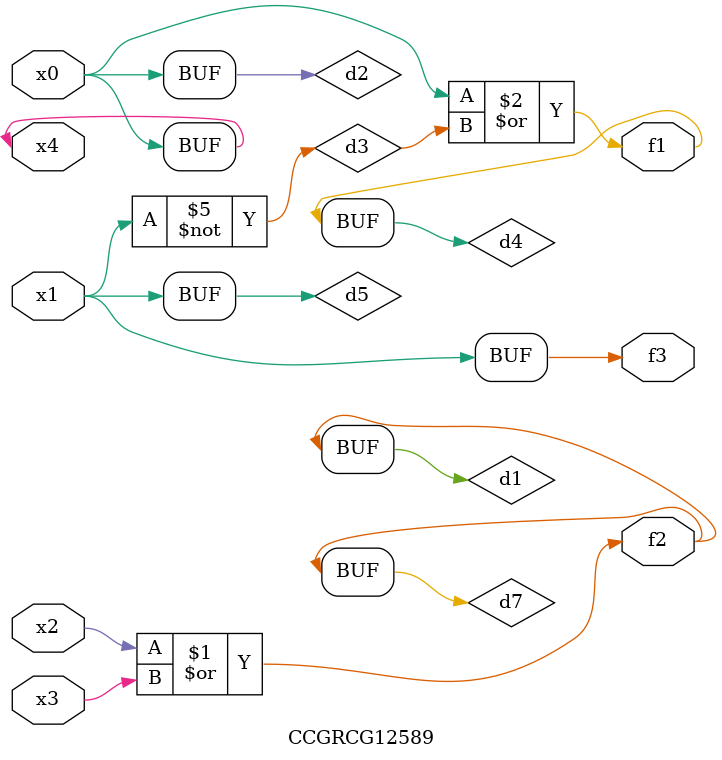
<source format=v>
module CCGRCG12589(
	input x0, x1, x2, x3, x4,
	output f1, f2, f3
);

	wire d1, d2, d3, d4, d5, d6, d7;

	or (d1, x2, x3);
	buf (d2, x0, x4);
	not (d3, x1);
	or (d4, d2, d3);
	not (d5, d3);
	nand (d6, d1, d3);
	or (d7, d1);
	assign f1 = d4;
	assign f2 = d7;
	assign f3 = d5;
endmodule

</source>
